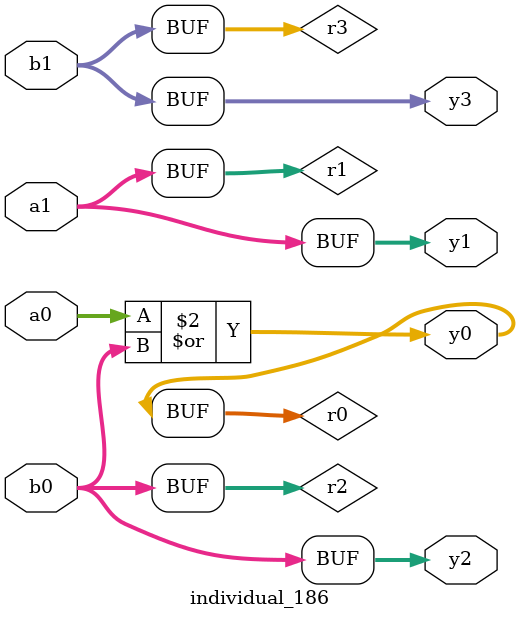
<source format=sv>
module individual_186(input logic [15:0] a1, input logic [15:0] a0, input logic [15:0] b1, input logic [15:0] b0, output logic [15:0] y3, output logic [15:0] y2, output logic [15:0] y1, output logic [15:0] y0);
logic [15:0] r0, r1, r2, r3; 
 always@(*) begin 
	 r0 = a0; r1 = a1; r2 = b0; r3 = b1; 
 	 r0  |=  r2 ;
 	 y3 = r3; y2 = r2; y1 = r1; y0 = r0; 
end
endmodule
</source>
